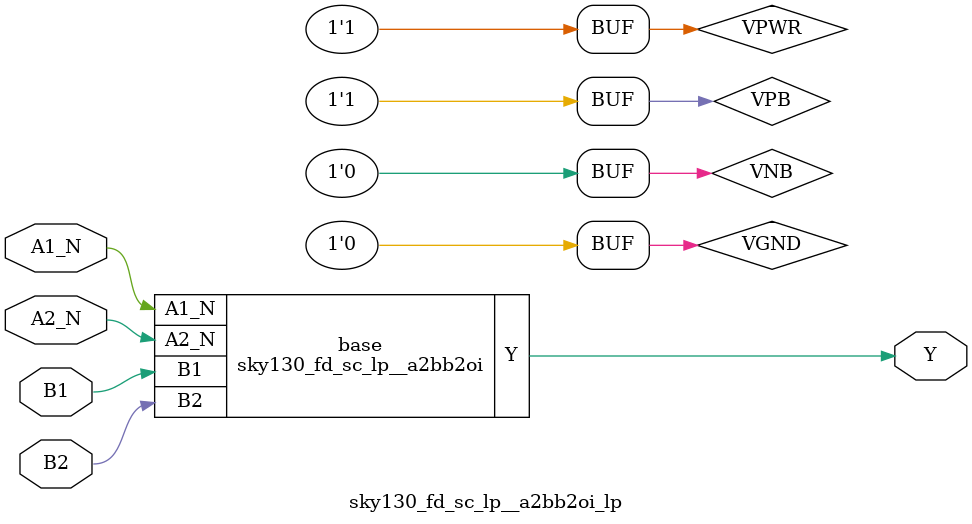
<source format=v>
module sky130_fd_sc_lp__a2bb2oi (
    Y   ,
    A1_N,
    A2_N,
    B1  ,
    B2
);

    output Y   ;
    input  A1_N;
    input  A2_N;
    input  B1  ;
    input  B2  ;

    assign Y = (A1_N & B1) | (A2_N & B2);

endmodule

module sky130_fd_sc_lp__a2bb2oi_lp (
    Y   ,
    A1_N,
    A2_N,
    B1  ,
    B2
);

    output Y   ;
    input  A1_N;
    input  A2_N;
    input  B1  ;
    input  B2  ;

    // Voltage supply signals
    supply1 VPWR;
    supply0 VGND;
    supply1 VPB ;
    supply0 VNB ;

    sky130_fd_sc_lp__a2bb2oi base (
        .Y(Y),
        .A1_N(A1_N),
        .A2_N(A2_N),
        .B1(B1),
        .B2(B2)
    );

endmodule
</source>
